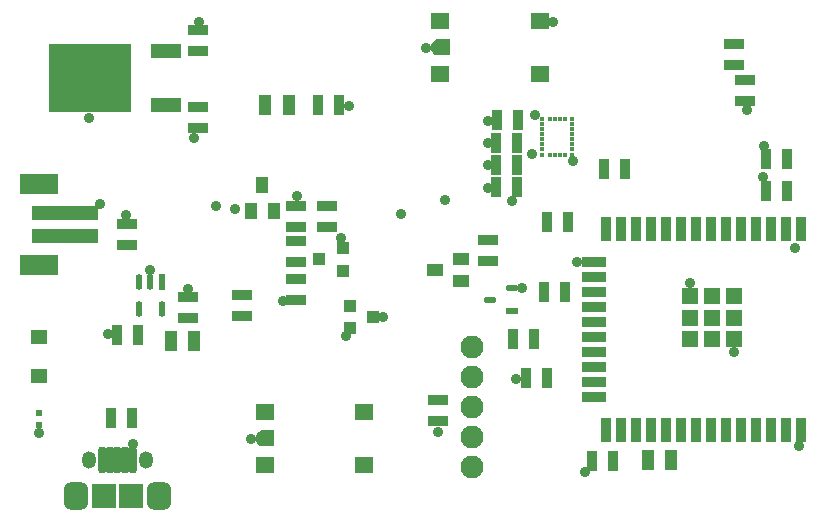
<source format=gts>
G04*
G04 #@! TF.GenerationSoftware,Altium Limited,Altium Designer,22.6.1 (34)*
G04*
G04 Layer_Color=8388736*
%FSLAX44Y44*%
%MOMM*%
G71*
G04*
G04 #@! TF.SameCoordinates,72EB69C3-9BB9-4872-A384-3B2A4397978F*
G04*
G04*
G04 #@! TF.FilePolarity,Negative*
G04*
G01*
G75*
%ADD18R,0.9000X2.0000*%
%ADD19R,2.0000X0.9000*%
%ADD20R,1.3300X1.3300*%
%ADD23C,1.2600*%
%ADD24R,1.6000X1.3950*%
%ADD30R,1.4000X1.0000*%
G04:AMPARAMS|DCode=33|XSize=1.0746mm|YSize=0.538mm|CornerRadius=0.269mm|HoleSize=0mm|Usage=FLASHONLY|Rotation=180.000|XOffset=0mm|YOffset=0mm|HoleType=Round|Shape=RoundedRectangle|*
%AMROUNDEDRECTD33*
21,1,1.0746,0.0000,0,0,180.0*
21,1,0.5366,0.5380,0,0,180.0*
1,1,0.5380,-0.2683,0.0000*
1,1,0.5380,0.2683,0.0000*
1,1,0.5380,0.2683,0.0000*
1,1,0.5380,-0.2683,0.0000*
%
%ADD33ROUNDEDRECTD33*%
%ADD34R,1.0746X0.5380*%
%ADD35R,0.5000X0.6000*%
%ADD36R,1.0000X1.4000*%
G04:AMPARAMS|DCode=39|XSize=1.3383mm|YSize=0.578mm|CornerRadius=0.289mm|HoleSize=0mm|Usage=FLASHONLY|Rotation=270.000|XOffset=0mm|YOffset=0mm|HoleType=Round|Shape=RoundedRectangle|*
%AMROUNDEDRECTD39*
21,1,1.3383,0.0000,0,0,270.0*
21,1,0.7603,0.5780,0,0,270.0*
1,1,0.5780,0.0000,-0.3802*
1,1,0.5780,0.0000,0.3802*
1,1,0.5780,0.0000,0.3802*
1,1,0.5780,0.0000,-0.3802*
%
%ADD39ROUNDEDRECTD39*%
%ADD40R,0.5780X1.3383*%
%ADD41R,7.0032X5.7532*%
%ADD42R,2.6032X1.2032*%
%ADD43R,1.7272X0.9652*%
%ADD44R,0.9652X1.7272*%
%ADD45R,1.1032X1.0032*%
%ADD46R,0.4500X0.3300*%
%ADD47R,0.3300X0.4500*%
%ADD48R,1.1032X1.6532*%
%ADD49R,1.4232X1.1732*%
G04:AMPARAMS|DCode=50|XSize=0.6032mm|YSize=2.2032mm|CornerRadius=0.2016mm|HoleSize=0mm|Usage=FLASHONLY|Rotation=0.000|XOffset=0mm|YOffset=0mm|HoleType=Round|Shape=RoundedRectangle|*
%AMROUNDEDRECTD50*
21,1,0.6032,1.8000,0,0,0.0*
21,1,0.2000,2.2032,0,0,0.0*
1,1,0.4032,0.1000,-0.9000*
1,1,0.4032,-0.1000,-0.9000*
1,1,0.4032,-0.1000,0.9000*
1,1,0.4032,0.1000,0.9000*
%
%ADD50ROUNDEDRECTD50*%
%ADD51R,2.0032X2.1032*%
%ADD52R,3.2032X1.8032*%
%ADD53R,5.7032X1.2032*%
G04:AMPARAMS|DCode=54|XSize=1.4532mm|YSize=1.2532mm|CornerRadius=0.6266mm|HoleSize=0mm|Usage=FLASHONLY|Rotation=270.000|XOffset=0mm|YOffset=0mm|HoleType=Round|Shape=RoundedRectangle|*
%AMROUNDEDRECTD54*
21,1,1.4532,0.0000,0,0,270.0*
21,1,0.2000,1.2532,0,0,270.0*
1,1,1.2532,0.0000,-0.1000*
1,1,1.2532,0.0000,0.1000*
1,1,1.2532,0.0000,0.1000*
1,1,1.2532,0.0000,-0.1000*
%
%ADD54ROUNDEDRECTD54*%
G04:AMPARAMS|DCode=55|XSize=2.3032mm|YSize=2.1032mm|CornerRadius=0.5766mm|HoleSize=0mm|Usage=FLASHONLY|Rotation=270.000|XOffset=0mm|YOffset=0mm|HoleType=Round|Shape=RoundedRectangle|*
%AMROUNDEDRECTD55*
21,1,2.3032,0.9500,0,0,270.0*
21,1,1.1500,2.1032,0,0,270.0*
1,1,1.1532,-0.4750,-0.5750*
1,1,1.1532,-0.4750,0.5750*
1,1,1.1532,0.4750,0.5750*
1,1,1.1532,0.4750,-0.5750*
%
%ADD55ROUNDEDRECTD55*%
%ADD56C,1.9532*%
%ADD57C,0.9032*%
G36*
X988157Y997106D02*
X979132Y997106D01*
X978445D01*
X977097Y997374D01*
X975828Y997899D01*
X974685Y998663D01*
X973714Y999634D01*
X972951Y1000777D01*
X972425Y1002046D01*
X972157Y1003394D01*
Y1004081D01*
Y1004131D01*
Y1004818D01*
X972425Y1006165D01*
X972951Y1007434D01*
X973714Y1008577D01*
X974685Y1009548D01*
X975828Y1010312D01*
X977097Y1010837D01*
X978445Y1011106D01*
X979132D01*
Y1011106D01*
X988157D01*
Y997106D01*
D02*
G37*
G36*
X839846Y666060D02*
X830821Y666060D01*
X830134D01*
X828787Y666329D01*
X827517Y666854D01*
X826375Y667618D01*
X825403Y668589D01*
X824640Y669732D01*
X824114Y671001D01*
X823846Y672348D01*
Y673036D01*
Y673085D01*
Y673773D01*
X824114Y675120D01*
X824640Y676389D01*
X825403Y677532D01*
X826375Y678503D01*
X827517Y679267D01*
X828787Y679792D01*
X830134Y680061D01*
X830821D01*
Y680061D01*
X839846D01*
Y666060D01*
D02*
G37*
G36*
X720770Y644287D02*
X692830D01*
Y664607D01*
X720770D01*
Y644287D01*
D02*
G37*
D18*
X1285400Y850000D02*
D03*
X1272700D02*
D03*
X1260000D02*
D03*
X1247300D02*
D03*
X1234600D02*
D03*
X1221900D02*
D03*
X1209200D02*
D03*
X1196500D02*
D03*
X1183800D02*
D03*
X1171100D02*
D03*
X1158400D02*
D03*
X1145700D02*
D03*
X1133000D02*
D03*
X1120300D02*
D03*
Y680000D02*
D03*
X1133000D02*
D03*
X1145700D02*
D03*
X1158400D02*
D03*
X1171100D02*
D03*
X1183800D02*
D03*
X1196500D02*
D03*
X1209200D02*
D03*
X1221900D02*
D03*
X1234600D02*
D03*
X1247300D02*
D03*
X1260000D02*
D03*
X1272700D02*
D03*
X1285400D02*
D03*
D19*
X1110300Y822150D02*
D03*
Y809450D02*
D03*
Y796750D02*
D03*
Y784050D02*
D03*
Y771350D02*
D03*
Y758650D02*
D03*
Y745950D02*
D03*
Y733250D02*
D03*
Y720550D02*
D03*
Y707850D02*
D03*
D20*
X1228750Y793350D02*
D03*
Y775000D02*
D03*
Y756650D02*
D03*
X1210400Y793350D02*
D03*
Y775000D02*
D03*
Y756650D02*
D03*
X1192050Y793350D02*
D03*
Y775000D02*
D03*
Y756650D02*
D03*
D23*
X832511Y673061D02*
D03*
X980821Y1004106D02*
D03*
D24*
X831846Y650585D02*
D03*
Y695536D02*
D03*
X915946D02*
D03*
Y650585D02*
D03*
X980157Y981631D02*
D03*
Y1026581D02*
D03*
X1064257D02*
D03*
Y981631D02*
D03*
D30*
X975864Y815483D02*
D03*
X997864Y824983D02*
D03*
Y805983D02*
D03*
D33*
X1022328Y790451D02*
D03*
X1041028Y799951D02*
D03*
D34*
Y780951D02*
D03*
D35*
X640537Y694138D02*
D03*
Y684138D02*
D03*
D36*
X829535Y887682D02*
D03*
X839035Y865682D02*
D03*
X820035D02*
D03*
D39*
X744270Y782628D02*
D03*
X725270D02*
D03*
Y804952D02*
D03*
X734770D02*
D03*
D40*
X744270D02*
D03*
D41*
X684070Y977700D02*
D03*
D42*
X748070Y1000500D02*
D03*
Y954900D02*
D03*
D43*
X1229093Y1006949D02*
D03*
Y989169D02*
D03*
X977964Y687610D02*
D03*
Y705390D02*
D03*
X1020876Y840687D02*
D03*
Y822907D02*
D03*
X1238520Y958901D02*
D03*
Y976681D02*
D03*
X884618Y852258D02*
D03*
Y870038D02*
D03*
X858344Y822172D02*
D03*
Y839952D02*
D03*
Y870038D02*
D03*
Y852258D02*
D03*
Y807667D02*
D03*
Y789887D02*
D03*
X775062Y1018731D02*
D03*
Y1000951D02*
D03*
X766565Y792354D02*
D03*
Y774574D02*
D03*
X775180Y953261D02*
D03*
Y935481D02*
D03*
X715080Y854817D02*
D03*
Y837037D02*
D03*
X812259Y794209D02*
D03*
Y776429D02*
D03*
D44*
X1045548Y904158D02*
D03*
X1027768D02*
D03*
X1045884Y942234D02*
D03*
X1028104D02*
D03*
X1027694Y885346D02*
D03*
X1045474D02*
D03*
X1052628Y723639D02*
D03*
X1070408D02*
D03*
X1136439Y900770D02*
D03*
X1118659D02*
D03*
X1088110Y856068D02*
D03*
X1070330D02*
D03*
X1085988Y796789D02*
D03*
X1068208D02*
D03*
X1041832Y756862D02*
D03*
X1059612D02*
D03*
X1256183Y882610D02*
D03*
X1273963D02*
D03*
X1256183Y909493D02*
D03*
X1273963D02*
D03*
X1027768Y922599D02*
D03*
X1045548D02*
D03*
X1126607Y653628D02*
D03*
X1108827D02*
D03*
X701110Y690000D02*
D03*
X718890D02*
D03*
X706190Y760417D02*
D03*
X723970D02*
D03*
X894802Y955354D02*
D03*
X877022D02*
D03*
D45*
X897946Y814984D02*
D03*
Y833984D02*
D03*
X877946Y824483D02*
D03*
X903441Y785180D02*
D03*
Y766180D02*
D03*
X923441Y775680D02*
D03*
D46*
X1066720Y913227D02*
D03*
Y917527D02*
D03*
Y921827D02*
D03*
Y926127D02*
D03*
Y930427D02*
D03*
Y934727D02*
D03*
Y939027D02*
D03*
Y943327D02*
D03*
X1091720D02*
D03*
Y939027D02*
D03*
Y934727D02*
D03*
Y930427D02*
D03*
Y926127D02*
D03*
Y921827D02*
D03*
Y917527D02*
D03*
Y913227D02*
D03*
D47*
X1072770D02*
D03*
Y943327D02*
D03*
X1077070D02*
D03*
X1081370D02*
D03*
X1085670D02*
D03*
X1077070Y913227D02*
D03*
X1081370D02*
D03*
X1085670D02*
D03*
D48*
X1155709Y654215D02*
D03*
X1175709D02*
D03*
X852172Y955354D02*
D03*
X832172D02*
D03*
X771919Y755359D02*
D03*
X751919D02*
D03*
D49*
X640125Y758707D02*
D03*
Y725907D02*
D03*
D50*
X719800Y654287D02*
D03*
X713300D02*
D03*
X706800D02*
D03*
X700300D02*
D03*
X693800D02*
D03*
D51*
X695300Y624287D02*
D03*
X718300D02*
D03*
D52*
X640125Y887945D02*
D03*
Y819945D02*
D03*
D53*
X662625Y843945D02*
D03*
Y863945D02*
D03*
D54*
X731050Y654287D02*
D03*
X682550D02*
D03*
D55*
X741925Y624287D02*
D03*
X671675D02*
D03*
D56*
X1006678Y749890D02*
D03*
Y699090D02*
D03*
Y724490D02*
D03*
Y673690D02*
D03*
Y648290D02*
D03*
D57*
X806120Y866783D02*
D03*
X1021046Y884927D02*
D03*
X1020833Y904277D02*
D03*
X1020727Y922671D02*
D03*
X947088Y862624D02*
D03*
X984354Y874927D02*
D03*
X968517Y1003158D02*
D03*
X1021005Y941668D02*
D03*
X790000Y870000D02*
D03*
X932101Y775273D02*
D03*
X858922Y878004D02*
D03*
X1057618Y914082D02*
D03*
X1041297Y874169D02*
D03*
X978123Y678156D02*
D03*
X1280412Y834018D02*
D03*
X1060701Y946414D02*
D03*
X640518Y677385D02*
D03*
X719651Y667849D02*
D03*
X698901Y761212D02*
D03*
X766445Y799688D02*
D03*
X734781Y815281D02*
D03*
X691761Y871278D02*
D03*
X714368Y862262D02*
D03*
X682702Y944544D02*
D03*
X902733Y954185D02*
D03*
X775690Y1025244D02*
D03*
X771785Y927435D02*
D03*
X895764Y842432D02*
D03*
X846796Y789636D02*
D03*
X820231Y672310D02*
D03*
X900000Y760000D02*
D03*
X1075355Y1025096D02*
D03*
X1092508Y908146D02*
D03*
X1049337Y799864D02*
D03*
X1044429Y723392D02*
D03*
X1102829Y644448D02*
D03*
X1283926Y666163D02*
D03*
X1192075Y804251D02*
D03*
X1229132Y745910D02*
D03*
X1096172Y821908D02*
D03*
X1239767Y950741D02*
D03*
X1253459Y894081D02*
D03*
X1254034Y920740D02*
D03*
M02*

</source>
